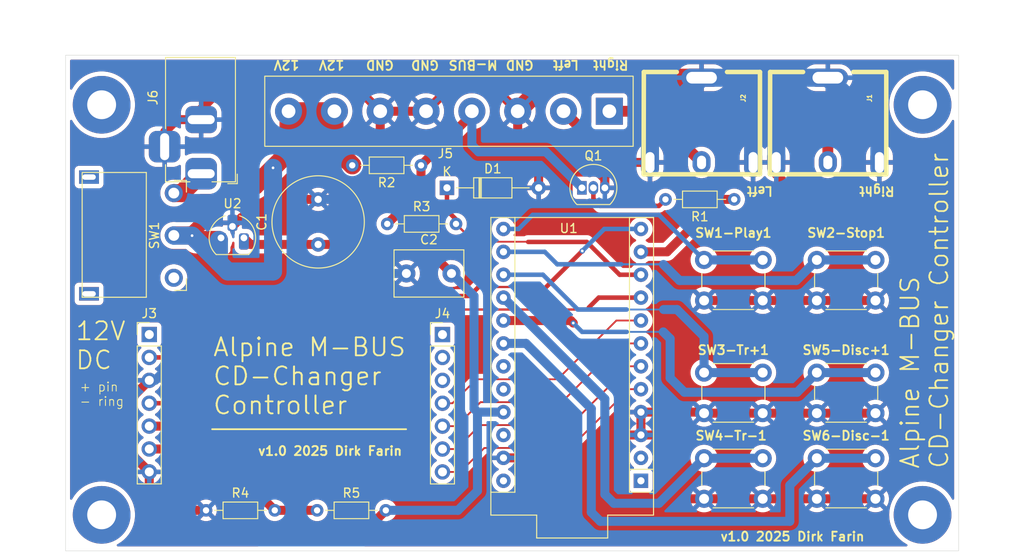
<source format=kicad_pcb>
(kicad_pcb (version 20240108) (generator "pcbnew") (generator_version "8.0")
  (layers (0 "F.Cu" signal) (31 "B.Cu" signal) (34 "B.Paste" user) (35 "F.Paste" user) (36 "B.SilkS" user "B.Silkscreen") (37 "F.SilkS" user "F.Silkscreen") (38 "B.Mask" user) (39 "F.Mask" user) (44 "Edge.Cuts" user))
  (net 0 "")
  (net 1 "GND")
  (net 2 "Net-(J3-Pin_6)")
  (net 3 "Net-(D1-K)")
  (net 4 "Net-(J3-Pin_2)")
  (net 6 "Net-(J3-Pin_4)")
  (net 7 "Net-(J3-Pin_5)")
  (net 9 "Net-(J4-Pin_5)")
  (net 10 "Net-(J4-Pin_7)")
  (net 12 "Net-(J4-Pin_4)")
  (net 14 "Net-(J4-Pin_6)")
  (net 15 "Net-(J5-Pin_7)")
  (net 16 "Net-(J1-In)")
  (net 17 "Net-(J5-Pin_4)")
  (net 18 "Net-(J2-In)")
  (net 19 "Net-(Q1-B)")
  (net 20 "Net-(U1-D8{slash}A8)")
  (net 21 "Net-(U1-~D10{slash}A10)")
  (net 22 "Net-(U1-D16)")
  (net 23 "Net-(U1-D14)")
  (net 24 "Net-(U1-D15)")
  (net 25 "Net-(U1-D18{slash}A0)")
  (net 26 "Net-(U1-D19{slash}A1)")
  (net 34 "Net-(SW1-A)")
  (footprint "MountingHole:MountingHole_3.2mm_M3_Pad" (layer "F.Cu") (at 114 68.5)
    (property "Reference" "REF**" (hide yes))
    (property "Value" "MountingHole_3.2mm_M3_Pad")
    (pad "1" thru_hole circle (at 0 0) (size 6.4 6.4) (drill 3.2) (layers "*.Cu" "*.Mask"))
  )
  (footprint "Resistor_THT:R_Axial_DIN0204_L3.6mm_D1.6mm_P7.62mm_Horizontal" (layer "F.Cu") (at 145.66 81.72)
    (property "Reference" "R3" (at 3.81 -1.92 0) (layer "F.SilkS"))
    (property "Value" "R")
    (pad "1" thru_hole circle (at 0 0) (size 1.4 1.4) (drill 0.7) (layers "*.Cu" "*.Mask") (net 17 "Net-(J5-Pin_4)"))
    (pad "2" thru_hole oval (at 7.62 0) (size 1.4 1.4) (drill 0.7) (layers "*.Cu" "*.Mask") (net 3 "Net-(D1-K)"))
  )
  (footprint "Button_Switch_THT:SW_PUSH_6mm_H8mm" (layer "F.Cu") (at 193.28 98.22)
    (property "Reference" "SW5-Disc+1" (at 3.25 -2.5 0) (layer "F.SilkS") (effects (font (thickness 0.2) (bold yes))))
    (property "Value" "SW_Push")
    (pad "1" thru_hole circle (at 0 0 90) (size 2 2) (drill 1.1) (layers "*.Cu" "*.Mask") (net 25 "Net-(U1-D18{slash}A0)"))
    (pad "1" thru_hole circle (at 6.5 0 90) (size 2 2) (drill 1.1) (layers "*.Cu" "*.Mask") (net 25 "Net-(U1-D18{slash}A0)"))
    (pad "2" thru_hole circle (at 0 4.5 90) (size 2 2) (drill 1.1) (layers "*.Cu" "*.Mask") (net 1 "GND"))
    (pad "2" thru_hole circle (at 6.5 4.5 90) (size 2 2) (drill 1.1) (layers "*.Cu" "*.Mask") (net 1 "GND"))
  )
  (footprint "Resistor_THT:R_Axial_DIN0204_L3.6mm_D1.6mm_P7.62mm_Horizontal" (layer "F.Cu") (at 125.57 113.5)
    (property "Reference" "R4" (at 3.81 -1.92 0) (layer "F.SilkS"))
    (property "Value" "R")
    (pad "1" thru_hole circle (at 0 0) (size 1.4 1.4) (drill 0.7) (layers "*.Cu" "*.Mask") (net 1 "GND"))
    (pad "2" thru_hole oval (at 7.62 0) (size 1.4 1.4) (drill 0.7) (layers "*.Cu" "*.Mask") (net 7 "Net-(J3-Pin_5)"))
  )
  (footprint "MountingHole:MountingHole_3.2mm_M3_Pad" (layer "F.Cu") (at 205 114)
    (property "Reference" "REF**" (hide yes))
    (property "Value" "MountingHole_3.2mm_M3_Pad")
    (pad "1" thru_hole circle (at 0 0) (size 6.4 6.4) (drill 3.2) (layers "*.Cu" "*.Mask"))
  )
  (footprint "TerminalBlock:TerminalBlock_bornier-8_P5.08mm" (layer "F.Cu") (at 170.28 69.22 180)
    (property "Reference" "J5" (at 18.18 -4.7 0) (layer "F.SilkS"))
    (property "Value" "Screw_Terminal_01x08")
    (pad "1" thru_hole rect (at 0 0 180) (size 3 3) (drill 1.52) (layers "*.Cu" "*.Mask") (net 16 "Net-(J1-In)"))
    (pad "2" thru_hole circle (at 5.08 0 180) (size 3 3) (drill 1.52) (layers "*.Cu" "*.Mask") (net 18 "Net-(J2-In)"))
    (pad "3" thru_hole circle (at 10.16 0 180) (size 3 3) (drill 1.52) (layers "*.Cu" "*.Mask") (net 1 "GND"))
    (pad "4" thru_hole circle (at 15.24 0 180) (size 3 3) (drill 1.52) (layers "*.Cu" "*.Mask") (net 17 "Net-(J5-Pin_4)"))
    (pad "5" thru_hole circle (at 20.32 0 180) (size 3 3) (drill 1.52) (layers "*.Cu" "*.Mask") (net 1 "GND"))
    (pad "6" thru_hole circle (at 25.4 0 180) (size 3 3) (drill 1.52) (layers "*.Cu" "*.Mask") (net 1 "GND"))
    (pad "7" thru_hole circle (at 30.48 0 180) (size 3 3) (drill 1.52) (layers "*.Cu" "*.Mask") (net 15 "Net-(J5-Pin_7)"))
    (pad "8" thru_hole circle (at 35.56 0 180) (size 3 3) (drill 1.52) (layers "*.Cu" "*.Mask") (net 15 "Net-(J5-Pin_7)"))
  )
  (footprint "Capacitor_THT:C_Disc_D7.5mm_W5.0mm_P5.00mm" (layer "F.Cu") (at 147.78 87.22)
    (property "Reference" "C2" (at 2.5 -3.75 0) (layer "F.SilkS"))
    (property "Value" "C")
    (pad "1" thru_hole circle (at 0 0) (size 2 2) (drill 1) (layers "*.Cu" "*.Mask") (net 1 "GND"))
    (pad "2" thru_hole circle (at 5 0) (size 2 2) (drill 1) (layers "*.Cu" "*.Mask") (net 2 "Net-(J3-Pin_6)"))
  )
  (footprint "Resistor_THT:R_Axial_DIN0204_L3.6mm_D1.6mm_P7.62mm_Horizontal" (layer "F.Cu") (at 137.88 113.5)
    (property "Reference" "R5" (at 3.81 -1.92 0) (layer "F.SilkS"))
    (property "Value" "R")
    (pad "1" thru_hole circle (at 0 0) (size 1.4 1.4) (drill 0.7) (layers "*.Cu" "*.Mask") (net 7 "Net-(J3-Pin_5)"))
    (pad "2" thru_hole oval (at 7.62 0) (size 1.4 1.4) (drill 0.7) (layers "*.Cu" "*.Mask") (net 2 "Net-(J3-Pin_6)"))
  )
  (footprint "footprints:BarrelJack_with_switch" (layer "F.Cu") (at 125.4325 76.15 -90)
    (property "Reference" "J6" (at -8.45 5.75 90) (layer "F.SilkS"))
    (property "Value" "Barrel_Jack_Switch")
    (pad "1" thru_hole roundrect (at 0 0.4 270) (size 3.5 3.5) (drill oval 1 3) (layers "*.Cu" "*.Mask") (net 34 "Net-(SW1-A)"))
    (pad "2" thru_hole roundrect (at -6 0.4 270) (size 3 3.5) (drill oval 1 3) (layers "*.Cu" "*.Mask") (net 1 "GND"))
    (pad "3" thru_hole roundrect (at -3 4.45 270) (size 3.5 3.5) (drill oval 3 1) (layers "*.Cu" "*.Mask") (net 1 "GND"))
  )
  (footprint "Button_Switch_THT:SW_PUSH_6mm_H8mm" (layer "F.Cu") (at 193.28 107.72)
    (property "Reference" "SW6-Disc-1" (at 3.25 -2.5 0) (layer "F.SilkS") (effects (font (thickness 0.2) (bold yes))))
    (property "Value" "SW_Push")
    (pad "1" thru_hole circle (at 0 0 90) (size 2 2) (drill 1.1) (layers "*.Cu" "*.Mask") (net 26 "Net-(U1-D19{slash}A1)"))
    (pad "1" thru_hole circle (at 6.5 0 90) (size 2 2) (drill 1.1) (layers "*.Cu" "*.Mask") (net 26 "Net-(U1-D19{slash}A1)"))
    (pad "2" thru_hole circle (at 0 4.5 90) (size 2 2) (drill 1.1) (layers "*.Cu" "*.Mask") (net 1 "GND"))
    (pad "2" thru_hole circle (at 6.5 4.5 90) (size 2 2) (drill 1.1) (layers "*.Cu" "*.Mask") (net 1 "GND"))
  )
  (footprint "Button_Switch_THT:SW_PUSH_6mm_H8mm" (layer "F.Cu") (at 180.78 98.22)
    (property "Reference" "SW3-Tr+1" (at 3.25 -2.5 0) (layer "F.SilkS") (effects (font (thickness 0.2) (bold yes))))
    (property "Value" "SW_Push")
    (pad "1" thru_hole circle (at 0 0 90) (size 2 2) (drill 1.1) (layers "*.Cu" "*.Mask") (net 23 "Net-(U1-D14)"))
    (pad "1" thru_hole circle (at 6.5 0 90) (size 2 2) (drill 1.1) (layers "*.Cu" "*.Mask") (net 23 "Net-(U1-D14)"))
    (pad "2" thru_hole circle (at 0 4.5 90) (size 2 2) (drill 1.1) (layers "*.Cu" "*.Mask") (net 1 "GND"))
    (pad "2" thru_hole circle (at 6.5 4.5 90) (size 2 2) (drill 1.1) (layers "*.Cu" "*.Mask") (net 1 "GND"))
  )
  (footprint "Resistor_THT:R_Axial_DIN0204_L3.6mm_D1.6mm_P7.62mm_Horizontal" (layer "F.Cu") (at 149.4 75.22 180)
    (property "Reference" "R2" (at 3.81 -1.92 0) (layer "F.SilkS"))
    (property "Value" "R")
    (pad "1" thru_hole circle (at 0 0 180) (size 1.4 1.4) (drill 0.7) (layers "*.Cu" "*.Mask") (net 17 "Net-(J5-Pin_4)"))
    (pad "2" thru_hole oval (at 7.62 0 180) (size 1.4 1.4) (drill 0.7) (layers "*.Cu" "*.Mask") (net 15 "Net-(J5-Pin_7)"))
  )
  (footprint "kicad arduino library:Sparkfun_Pro_Micro" (layer "F.Cu") (at 158.54 82.28)
    (property "Reference" "U1" (at 7.24 -0.06 0) (layer "F.SilkS"))
    (property "Value" "Sparkfun_Pro_Micro")
    (pad "1" thru_hole rect (at 15.24 27.94) (size 1.6 1.6) (drill 0.8) (layers "*.Cu" "*.Mask"))
    (pad "2" thru_hole oval (at 15.24 25.4) (size 1.6 1.6) (drill 0.8) (layers "*.Cu" "*.Mask"))
    (pad "3" thru_hole oval (at 15.24 22.86) (size 1.6 1.6) (drill 0.8) (layers "*.Cu" "*.Mask") (net 1 "GND"))
    (pad "4" thru_hole oval (at 15.24 20.32) (size 1.6 1.6) (drill 0.8) (layers "*.Cu" "*.Mask") (net 1 "GND"))
    (pad "5" thru_hole oval (at 15.24 17.78) (size 1.6 1.6) (drill 0.8) (layers "*.Cu" "*.Mask") (net 10 "Net-(J4-Pin_7)"))
    (pad "6" thru_hole oval (at 15.24 15.24) (size 1.6 1.6) (drill 0.8) (layers "*.Cu" "*.Mask") (net 14 "Net-(J4-Pin_6)"))
    (pad "7" thru_hole oval (at 15.24 12.7) (size 1.6 1.6) (drill 0.8) (layers "*.Cu" "*.Mask") (net 9 "Net-(J4-Pin_5)"))
    (pad "8" thru_hole oval (at 15.24 10.16) (size 1.6 1.6) (drill 0.8) (layers "*.Cu" "*.Mask") (net 12 "Net-(J4-Pin_4)"))
    (pad "9" thru_hole oval (at 15.24 7.62) (size 1.6 1.6) (drill 0.8) (layers "*.Cu" "*.Mask") (net 6 "Net-(J3-Pin_4)"))
    (pad "10" thru_hole oval (at 15.24 5.08) (size 1.6 1.6) (drill 0.8) (layers "*.Cu" "*.Mask") (net 3 "Net-(D1-K)"))
    (pad "11" thru_hole oval (at 15.24 2.54) (size 1.6 1.6) (drill 0.8) (layers "*.Cu" "*.Mask") (net 20 "Net-(U1-D8{slash}A8)"))
    (pad "12" thru_hole oval (at 15.24 0) (size 1.6 1.6) (drill 0.8) (layers "*.Cu" "*.Mask") (net 4 "Net-(J3-Pin_2)"))
    (pad "13" thru_hole oval (at 0 0) (size 1.6 1.6) (drill 0.8) (layers "*.Cu" "*.Mask") (net 21 "Net-(U1-~D10{slash}A10)"))
    (pad "14" thru_hole oval (at 0 2.54) (size 1.6 1.6) (drill 0.8) (layers "*.Cu" "*.Mask") (net 22 "Net-(U1-D16)"))
    (pad "15" thru_hole oval (at 0 5.08) (size 1.6 1.6) (drill 0.8) (layers "*.Cu" "*.Mask") (net 23 "Net-(U1-D14)"))
    (pad "16" thru_hole oval (at 0 7.62) (size 1.6 1.6) (drill 0.8) (layers "*.Cu" "*.Mask") (net 24 "Net-(U1-D15)"))
    (pad "17" thru_hole oval (at 0 10.16) (size 1.6 1.6) (drill 0.8) (layers "*.Cu" "*.Mask") (net 25 "Net-(U1-D18{slash}A0)"))
    (pad "18" thru_hole oval (at 0 12.7) (size 1.6 1.6) (drill 0.8) (layers "*.Cu" "*.Mask") (net 26 "Net-(U1-D19{slash}A1)"))
    (pad "19" thru_hole oval (at 0 15.24) (size 1.6 1.6) (drill 0.8) (layers "*.Cu" "*.Mask"))
    (pad "20" thru_hole oval (at 0 17.78) (size 1.6 1.6) (drill 0.8) (layers "*.Cu" "*.Mask"))
    (pad "21" thru_hole oval (at 0 20.32) (size 1.6 1.6) (drill 0.8) (layers "*.Cu" "*.Mask") (net 2 "Net-(J3-Pin_6)"))
    (pad "22" thru_hole oval (at 0 22.86) (size 1.6 1.6) (drill 0.8) (layers "*.Cu" "*.Mask"))
    (pad "23" thru_hole oval (at 0 25.4) (size 1.6 1.6) (drill 0.8) (layers "*.Cu" "*.Mask") (net 1 "GND"))
    (pad "24" thru_hole oval (at 0 27.94) (size 1.6 1.6) (drill 0.8) (layers "*.Cu" "*.Mask"))
  )
  (footprint "Connector_PinHeader_2.54mm:PinHeader_1x07_P2.54mm_Vertical" (layer "F.Cu") (at 151.78 94)
    (property "Reference" "J4" (at 0 -2.33 0) (layer "F.SilkS"))
    (property "Value" "LCD-R")
    (pad "1" thru_hole rect (at 0 0) (size 1.7 1.7) (drill 1) (layers "*.Cu" "*.Mask"))
    (pad "2" thru_hole oval (at 0 2.54) (size 1.7 1.7) (drill 1) (layers "*.Cu" "*.Mask"))
    (pad "3" thru_hole oval (at 0 5.08) (size 1.7 1.7) (drill 1) (layers "*.Cu" "*.Mask"))
    (pad "4" thru_hole oval (at 0 7.62) (size 1.7 1.7) (drill 1) (layers "*.Cu" "*.Mask") (net 12 "Net-(J4-Pin_4)"))
    (pad "5" thru_hole oval (at 0 10.16) (size 1.7 1.7) (drill 1) (layers "*.Cu" "*.Mask") (net 9 "Net-(J4-Pin_5)"))
    (pad "6" thru_hole oval (at 0 12.7) (size 1.7 1.7) (drill 1) (layers "*.Cu" "*.Mask") (net 14 "Net-(J4-Pin_6)"))
    (pad "7" thru_hole oval (at 0 15.24) (size 1.7 1.7) (drill 1) (layers "*.Cu" "*.Mask") (net 10 "Net-(J4-Pin_7)"))
  )
  (footprint "MountingHole:MountingHole_3.2mm_M3_Pad" (layer "F.Cu") (at 114 114)
    (property "Reference" "REF**" (hide yes))
    (property "Value" "MountingHole_3.2mm_M3_Pad")
    (pad "1" thru_hole circle (at 0 0) (size 6.4 6.4) (drill 3.2) (layers "*.Cu" "*.Mask"))
  )
  (footprint "Button_Switch_THT:SW_PUSH_6mm_H8mm" (layer "F.Cu") (at 193.28 85.72)
    (property "Reference" "SW2-Stop1" (at 3.25 -3 0) (layer "F.SilkS") (effects (font (thickness 0.2) (bold yes))))
    (property "Value" "SW_Push")
    (pad "1" thru_hole circle (at 0 0 90) (size 2 2) (drill 1.1) (layers "*.Cu" "*.Mask") (net 22 "Net-(U1-D16)"))
    (pad "1" thru_hole circle (at 6.5 0 90) (size 2 2) (drill 1.1) (layers "*.Cu" "*.Mask") (net 22 "Net-(U1-D16)"))
    (pad "2" thru_hole circle (at 0 4.5 90) (size 2 2) (drill 1.1) (layers "*.Cu" "*.Mask") (net 1 "GND"))
    (pad "2" thru_hole circle (at 6.5 4.5 90) (size 2 2) (drill 1.1) (layers "*.Cu" "*.Mask") (net 1 "GND"))
  )
  (footprint "Resistor_THT:R_Axial_DIN0204_L3.6mm_D1.6mm_P7.62mm_Horizontal" (layer "F.Cu") (at 184.12 79 180)
    (property "Reference" "R1" (at 3.81 -1.92 0) (layer "F.SilkS"))
    (property "Value" "R")
    (pad "1" thru_hole circle (at 0 0 180) (size 1.4 1.4) (drill 0.7) (layers "*.Cu" "*.Mask") (net 20 "Net-(U1-D8{slash}A8)"))
    (pad "2" thru_hole oval (at 7.62 0 180) (size 1.4 1.4) (drill 0.7) (layers "*.Cu" "*.Mask") (net 19 "Net-(Q1-B)"))
  )
  (footprint "footprints:SW_Slide_3pin" (layer "F.Cu") (at 122 83 -90)
    (property "Reference" "SW1" (at 0 2.159 90) (layer "F.SilkS"))
    (property "Value" "SW_SPDT")
    (pad "" thru_hole rect (at -6.477 9.398 270) (size 1.5 2.2) (drill oval 0.6 1.5) (layers "*.Cu" "*.Mask"))
    (pad "" thru_hole rect (at 6.477 9.398 270) (size 1.5 2.2) (drill oval 0.6 1.5) (layers "*.Cu" "*.Mask"))
    (pad "1" thru_hole circle (at -4.699 0 270) (size 2 2) (drill 1.2) (layers "*.Cu" "*.Mask") (net 34 "Net-(SW1-A)"))
    (pad "2" thru_hole circle (at 0 0 270) (size 2 2) (drill 1.2) (layers "*.Cu" "*.Mask") (net 15 "Net-(J5-Pin_7)"))
    (pad "3" thru_hole circle (at 4.699 0 270) (size 2 2) (drill 1.2) (layers "*.Cu" "*.Mask"))
  )
  (footprint "footprints:Cinch-Buchse" (layer "F.Cu") (at 194.5 65.5 90)
    (property "Reference" "J1" (at -2.274 4.622 90) (layer "F.SilkS") (effects (font (size 0.5 0.5) (thickness 0.125))))
    (property "Value" "Conn_Coaxial")
    (pad "1" thru_hole oval (at -9.398 0 180) (size 2 2.5) (drill oval 1 1.5) (layers "*.Cu" "*.Mask") (net 16 "Net-(J1-In)"))
    (pad "2" thru_hole oval (at -9.398 -5.715 180) (size 2 3.3) (drill oval 1 2.3) (layers "*.Cu" "*.Mask") (net 1 "GND"))
    (pad "2" thru_hole oval (at -9.398 5.715 180) (size 2 3.3) (drill oval 1 2.3) (layers "*.Cu" "*.Mask") (net 1 "GND"))
    (pad "2" thru_hole oval (at 0 0 90) (size 2 4.5) (drill oval 1.3 3.4) (layers "*.Cu" "*.Mask") (net 1 "GND"))
  )
  (footprint "Button_Switch_THT:SW_PUSH_6mm_H8mm" (layer "F.Cu") (at 180.78 107.72)
    (property "Reference" "SW4-Tr-1" (at 3 -2.5 0) (layer "F.SilkS") (effects (font (thickness 0.2) (bold yes))))
    (property "Value" "SW_Push")
    (pad "1" thru_hole circle (at 0 0 90) (size 2 2) (drill 1.1) (layers "*.Cu" "*.Mask") (net 24 "Net-(U1-D15)"))
    (pad "1" thru_hole circle (at 6.5 0 90) (size 2 2) (drill 1.1) (layers "*.Cu" "*.Mask") (net 24 "Net-(U1-D15)"))
    (pad "2" thru_hole circle (at 0 4.5 90) (size 2 2) (drill 1.1) (layers "*.Cu" "*.Mask") (net 1 "GND"))
    (pad "2" thru_hole circle (at 6.5 4.5 90) (size 2 2) (drill 1.1) (layers "*.Cu" "*.Mask") (net 1 "GND"))
  )
  (footprint "Package_TO_SOT_THT:TO-92_Inline" (layer "F.Cu") (at 167.24 77.72)
    (property "Reference" "Q1" (at 1.27 -3.56 0) (layer "F.SilkS"))
    (property "Value" "BC547")
    (pad "1" thru_hole rect (at 0 0) (size 1.05 1.5) (drill 0.75) (layers "*.Cu" "*.Mask") (net 17 "Net-(J5-Pin_4)"))
    (pad "2" thru_hole oval (at 1.27 0) (size 1.05 1.5) (drill 0.75) (layers "*.Cu" "*.Mask") (net 19 "Net-(Q1-B)"))
    (pad "3" thru_hole oval (at 2.54 0) (size 1.05 1.5) (drill 0.75) (layers "*.Cu" "*.Mask") (net 1 "GND"))
  )
  (footprint "Connector_PinHeader_2.54mm:PinHeader_1x07_P2.54mm_Vertical" (layer "F.Cu") (at 119.28 93.995)
    (property "Reference" "J3" (at 0 -2.33 0) (layer "F.SilkS"))
    (property "Value" "LCD - L")
    (pad "1" thru_hole rect (at 0 0) (size 1.7 1.7) (drill 1) (layers "*.Cu" "*.Mask"))
    (pad "2" thru_hole oval (at 0 2.54) (size 1.7 1.7) (drill 1) (layers "*.Cu" "*.Mask") (net 4 "Net-(J3-Pin_2)"))
    (pad "3" thru_hole oval (at 0 5.08) (size 1.7 1.7) (drill 1) (layers "*.Cu" "*.Mask") (net 1 "GND"))
    (pad "4" thru_hole oval (at 0 7.62) (size 1.7 1.7) (drill 1) (layers "*.Cu" "*.Mask") (net 6 "Net-(J3-Pin_4)"))
    (pad "5" thru_hole oval (at 0 10.16) (size 1.7 1.7) (drill 1) (layers "*.Cu" "*.Mask") (net 7 "Net-(J3-Pin_5)"))
    (pad "6" thru_hole oval (at 0 12.7) (size 1.7 1.7) (drill 1) (layers "*.Cu" "*.Mask") (net 2 "Net-(J3-Pin_6)"))
    (pad "7" thru_hole oval (at 0 15.24) (size 1.7 1.7) (drill 1) (layers "*.Cu" "*.Mask") (net 1 "GND"))
  )
  (footprint "Capacitor_THT:C_Radial_D10.0mm_H12.5mm_P5.00mm" (layer "F.Cu") (at 138 84 90)
    (property "Reference" "C1" (at 2.5 -6.25 90) (layer "F.SilkS"))
    (property "Value" "C_Polarized")
    (pad "1" thru_hole circle (at 0 0 90) (size 1.6 1.6) (drill 0.8) (layers "*.Cu" "*.Mask") (net 2 "Net-(J3-Pin_6)"))
    (pad "2" thru_hole circle (at 5 0 90) (size 1.6 1.6) (drill 0.8) (layers "*.Cu" "*.Mask") (net 1 "GND"))
  )
  (footprint "Diode_THT:D_DO-35_SOD27_P10.16mm_Horizontal" (layer "F.Cu") (at 152.28 77.72)
    (property "Reference" "D1" (at 5.08 -2.12 0) (layer "F.SilkS"))
    (property "Value" "ZPDxx")
    (fp_text user "K" (at 0 -1.8 0) (layer "F.SilkS"))
    (pad "1" thru_hole rect (at 0 0) (size 1.6 1.6) (drill 0.8) (layers "*.Cu" "*.Mask") (net 3 "Net-(D1-K)"))
    (pad "2" thru_hole oval (at 10.16 0) (size 1.6 1.6) (drill 0.8) (layers "*.Cu" "*.Mask") (net 1 "GND"))
  )
  (footprint "Button_Switch_THT:SW_PUSH_6mm_H8mm" (layer "F.Cu") (at 180.78 85.72)
    (property "Reference" "SW1-Play1" (at 3.25 -3 0) (layer "F.SilkS") (effects (font (thickness 0.2) (bold yes))))
    (property "Value" "SW_Push")
    (pad "1" thru_hole circle (at 0 0 90) (size 2 2) (drill 1.1) (layers "*.Cu" "*.Mask") (net 21 "Net-(U1-~D10{slash}A10)"))
    (pad "1" thru_hole circle (at 6.5 0 90) (size 2 2) (drill 1.1) (layers "*.Cu" "*.Mask") (net 21 "Net-(U1-~D10{slash}A10)"))
    (pad "2" thru_hole circle (at 0 4.5 90) (size 2 2) (drill 1.1) (layers "*.Cu" "*.Mask") (net 1 "GND"))
    (pad "2" thru_hole circle (at 6.5 4.5 90) (size 2 2) (drill 1.1) (layers "*.Cu" "*.Mask") (net 1 "GND"))
  )
  (footprint "Package_TO_SOT_THT:TO-92L_HandSolder" (layer "F.Cu") (at 127.23 83.27)
    (property "Reference" "U2" (at 1.27 -3.8 360) (layer "F.SilkS"))
    (property "Value" "uA7805")
    (pad "1" thru_hole rect (at 0 0) (size 1.1 1.8) (drill 0.75 (offset 0 0.4)) (layers "*.Cu" "*.Mask") (net 15 "Net-(J5-Pin_7)"))
    (pad "2" thru_hole roundrect (at 1.27 -1.27) (size 1.1 1.8) (drill 0.75 (offset 0 -0.4)) (layers "*.Cu" "*.Mask") (net 1 "GND"))
    (pad "3" thru_hole roundrect (at 2.54 0) (size 1.1 1.8) (drill 0.75 (offset 0 0.4)) (layers "*.Cu" "*.Mask") (net 2 "Net-(J3-Pin_6)"))
  )
  (footprint "footprints:Cinch-Buchse" (layer "F.Cu") (at 180.5 65.5 90)
    (property "Reference" "J2" (at -2.274 4.622 90) (layer "F.SilkS") (effects (font (size 0.5 0.5) (thickness 0.125))))
    (property "Value" "Conn_Coaxial")
    (pad "1" thru_hole oval (at -9.398 0 180) (size 2 2.5) (drill oval 1 1.5) (layers "*.Cu" "*.Mask") (net 18 "Net-(J2-In)"))
    (pad "2" thru_hole oval (at -9.398 -5.715 180) (size 2 3.3) (drill oval 1 2.3) (layers "*.Cu" "*.Mask") (net 1 "GND"))
    (pad "2" thru_hole oval (at -9.398 5.715 180) (size 2 3.3) (drill oval 1 2.3) (layers "*.Cu" "*.Mask") (net 1 "GND"))
    (pad "2" thru_hole oval (at 0 0 90) (size 2 4.5) (drill oval 1.3 3.4) (layers "*.Cu" "*.Mask") (net 1 "GND"))
  )
  (footprint "MountingHole:MountingHole_3.2mm_M3_Pad" (layer "F.Cu") (at 205 68.5)
    (property "Reference" "REF**" (hide yes))
    (property "Value" "MountingHole_3.2mm_M3_Pad")
    (pad "1" thru_hole circle (at 0 0) (size 6.4 6.4) (drill 3.2) (layers "*.Cu" "*.Mask"))
  )
  (gr_line (start 139.9 73.7) (end 139.9 73.7) (stroke (width 0.2)) (layer "F.Cu") (net 15))
  (gr_line (start 127 86) (end 127 83.5) (stroke (width 2)) (layer "B.Cu") (net 15))
  (gr_line (start 147.75 104.5) (end 126.25 104.5) (stroke (width 0.1)) (layer "F.SilkS"))
  (gr_line (start 147.75 104.5) (end 126.25 104.5) (stroke (width 0.2)) (layer "F.SilkS"))
  (gr_rect (start 110 63) (end 209 118) (stroke (width 0.05)) (fill none) (layer "Edge.Cuts"))
  (gr_text "Left" (at 167 63.5 180) (layer "F.SilkS") (effects (font (size 1 1) (thickness 0.2) (bold yes)) (justify left bottom)))
  (gr_text "Alpine M-BUS\nCD-Changer\nController" (at 126.25 103 0) (layer "F.SilkS") (effects (font (size 2 2) (thickness 0.2)) (justify left bottom)))
  (gr_text "Right" (at 202 77.5 180) (layer "F.SilkS") (effects (font (size 1 1) (thickness 0.2) (bold yes)) (justify left bottom)))
  (gr_text "12V" (at 136 63.5 180) (layer "F.SilkS") (effects (font (size 1 1) (thickness 0.2) (bold yes)) (justify left bottom)))
  (gr_text "Right" (at 172.5 63.5 180) (layer "F.SilkS") (effects (font (size 1 1) (thickness 0.2) (bold yes)) (justify left bottom)))
  (gr_text "GND" (at 146.5 63.5 180) (layer "F.SilkS") (effects (font (size 1 1) (thickness 0.2) (bold yes)) (justify left bottom)))
  (gr_text "+ pin\n- ring" (at 111.5 102 0) (layer "F.SilkS") (effects (font (size 1 1) (thickness 0.1)) (justify left bottom)))
  (gr_text "Alpine M-BUS\nCD-Changer\nController" (at 126.25 103 0) (layer "F.SilkS") (effects (font (size 2 2) (thickness 0.1)) (justify left bottom)))
  (gr_text "Alpine M-BUS\nCD-Changer Controller" (at 208 109 90) (layer "F.SilkS") (effects (font (size 2 2) (thickness 0.2)) (justify left bottom)))
  (gr_text "12V\nDC" (at 111 98 0) (layer "F.SilkS") (effects (font (size 2 2) (thickness 0.2)) (justify left bottom)))
  (gr_text "12V" (at 141 63.5 180) (layer "F.SilkS") (effects (font (size 1 1) (thickness 0.2) (bold yes)) (justify left bottom)))
  (gr_text "v1.0 2025 Dirk Farin" (at 182.5 117 0) (layer "F.SilkS") (effects (font (size 1 1) (thickness 0.2) (bold yes)) (justify left bottom)))
  (gr_text "GND" (at 151.5 63.5 180) (layer "F.SilkS") (effects (font (size 1 1) (thickness 0.2) (bold yes)) (justify left bottom)))
  (gr_text "Left" (at 188.5 77.5 180) (layer "F.SilkS") (effects (font (size 1 1) (thickness 0.2) (bold yes)) (justify left bottom)))
  (gr_text "v1.0 2025 Dirk Farin" (at 131.25 107.5 0) (layer "F.SilkS") (effects (font (size 1 1) (thickness 0.1)) (justify left bottom)))
  (gr_text "GND" (at 162 63.5 180) (layer "F.SilkS") (effects (font (size 1 1) (thickness 0.2) (bold yes)) (justify left bottom)))
  (gr_text "v1.0 2025 Dirk Farin" (at 131.25 107.5 0) (layer "F.SilkS") (effects (font (size 1 1) (thickness 0.2) (bold yes)) (justify left bottom)))
  (gr_text "M-BUS" (at 158 63.5 180) (layer "F.SilkS") (effects (font (size 1 1) (thickness 0.2) (bold yes)) (justify left bottom)))
  (segment (start 128 66) (end 141.66 66) (width 1) (layer "F.Cu") (net 1))
  (segment (start 157.62 66.72) (end 152.46 66.72) (width 1) (layer "F.Cu") (net 1))
  (segment (start 167.78 74.72) (end 167.958 74.898) (width 1) (layer "F.Cu") (net 1))
  (segment (start 121.5 113.5) (end 119.28 111.28) (width 1) (layer "F.Cu") (net 1))
  (segment (start 162.28 74.72) (end 162.44 74.88) (width 1) (layer "F.Cu") (net 1))
  (segment (start 119.28 111.28) (end 119.28 109.235) (width 1) (layer "F.Cu") (net 1))
  (segment (start 142.5 79) (end 144.88 76.62) (width 1) (layer "F.Cu") (net 1))
  (segment (start 180.5 65.5) (end 163.84 65.5) (width 2) (layer "F.Cu") (net 1))
  (segment (start 160.12 72.56) (end 162.28 74.72) (width 1) (layer "F.Cu") (net 1))
  (segment (start 190.78 102.72) (end 190.78 101.72) (width 1) (layer "F.Cu") (net 1))
  (segment (start 190.78 78.22) (end 188.785 76.225) (width 1) (layer "F.Cu") (net 1))
  (segment (start 176.7 105.14) (end 177.28 105.72) (width 1) (layer "F.Cu") (net 1))
  (segment (start 190.78 102.72) (end 199.78 102.72) (width 1) (layer "F.Cu") (net 1))
  (segment (start 169.78 76.72) (end 167.78 74.72) (width 1) (layer "F.Cu") (net 1))
  (segment (start 190.78 78.22) (end 190.78 90.22) (width 1) (layer "F.Cu") (net 1))
  (segment (start 190.78 112.22) (end 190.78 101.72) (width 1) (layer "F.Cu") (net 1))
  (segment (start 117.5 107.455) (end 119.28 109.235) (width 1) (layer "F.Cu") (net 1))
  (segment (start 187.28 102.72) (end 190.78 102.72) (width 1) (layer "F.Cu") (net 1))
  (segment (start 125.0325 68.9675) (end 128 66) (width 1) (layer "F.Cu") (net 1))
  (segment (start 125.0325 70.15) (end 125.0325 68.9675) (width 0.2) (layer "F.Cu") (net 1))
  (segment (start 160.12 69.22) (end 157.62 66.72) (width 1) (layer "F.Cu") (net 1))
  (segment (start 144.88 69.22) (end 144.88 76.62) (width 1) (layer "F.Cu") (net 1))
  (segment (start 125.57 113.5) (end 121.5 113.5) (width 1) (layer "F.Cu") (net 1))
  (segment (start 173.78 105.14) (end 176.7 105.14) (width 1) (layer "F.Cu") (net 1))
  (segment (start 167.958 74.898) (end 174.785 74.898) (width 1) (layer "F.Cu") (net 1))
  (segment (start 121 71.5) (end 122.35 70.15) (width 1) (layer "F.Cu") (net 1))
  (segment (start 172.36 105.14) (end 173.78 105.14) (width 1) (layer "F.Cu") (net 1))
  (segment (start 162.44 74.88) (end 162.44 77.72) (width 1) (layer "F.Cu") (net 1))
  (segment (start 141.66 66) (end 144.88 69.22) (width 1) (layer "F.Cu") (net 1))
  (segment (start 121 73.1325) (end 121 71.5) (width 1) (layer "F.Cu") (net 1))
  (segment (start 122.35 70.15) (end 125.0325 70.15) (width 1) (layer "F.Cu") (net 1))
  (segment (start 177.28 111.72) (end 177.78 112.22) (width 1) (layer "F.Cu") (net 1))
  (segment (start 152.46 66.72) (end 149.96 69.22) (width 1) (layer "F.Cu") (net 1))
  (segment (start 135 79) (end 138 79) (width 1) (layer "F.Cu") (net 1))
  (segment (start 190.78 90.22) (end 187.28 90.22) (width 1) (layer "F.Cu") (net 1))
  (segment (start 169.78 107.72) (end 172.36 105.14) (width 1) (layer "F.Cu") (net 1))
  (segment (start 173.78 102.6) (end 173.78 105.14) (width 1) (layer "F.Cu") (net 1))
  (segment (start 117.5 100.855) (end 117.5 107.455) (width 1) (layer "F.Cu") (net 1))
  (segment (start 169.78 77.72) (end 169.78 76.72) (width 1) (layer "F.Cu") (net 1))
  (segment (start 138 79) (end 142.5 79) (width 1) (layer "F.Cu") (net 1))
  (segment (start 190.78 90.22) (end 199.78 90.22) (width 1) (layer "F.Cu") (net 1))
  (segment (start 177.28 105.72) (end 177.28 111.72) (width 1) (layer "F.Cu") (net 1))
  (segment (start 158.54 107.68) (end 169.74 107.68) (width 1) (layer "F.Cu") (net 1))
  (segment (start 163.84 65.5) (end 160.12 69.22) (width 2) (layer "F.Cu") (net 1))
  (segment (start 129.5 81) (end 133 81) (width 1) (layer "F.Cu") (net 1))
  (segment (start 177.78 112.22) (end 180.78 112.22) (width 1) (layer "F.Cu") (net 1))
  (segment (start 167.78 74.72) (end 162.28 74.72) (width 1) (layer "F.Cu") (net 1))
  (segment (start 180.78 112.22) (end 187.28 112.22) (width 1) (layer "F.Cu") (net 1))
  (segment (start 133 81) (end 135 79) (width 1) (layer "F.Cu") (net 1))
  (segment (start 190.78 101.72) (end 190.78 90.22) (width 1) (layer "F.Cu") (net 1))
  (segment (start 119.28 99.075) (end 117.5 100.855) (width 1) (layer "F.Cu") (net 1))
  (segment (start 120.9825 73.15) (end 121 73.1325) (width 1) (layer "F.Cu") (net 1))
  (segment (start 190.78 112.22) (end 199.78 112.22) (width 1) (layer "F.Cu") (net 1))
  (segment (start 180.78 102.72) (end 187.28 102.72) (width 1) (layer "F.Cu") (net 1))
  (segment (start 173.78 102.6) (end 180.66 102.6) (width 1) (layer "F.Cu") (net 1))
  (segment (start 180.66 102.6) (end 180.78 102.72) (width 1) (layer "F.Cu") (net 1))
  (segment (start 128.5 82) (end 129.5 81) (width 1) (layer "F.Cu") (net 1))
  (segment (start 180.78 90.22) (end 187.28 90.22) (width 1) (layer "F.Cu") (net 1))
  (segment (start 144.88 69.22) (end 149.96 69.22) (width 1) (layer "F.Cu") (net 1))
  (segment (start 169.74 107.68) (end 169.78 107.72) (width 1) (layer "F.Cu") (net 1))
  (segment (start 187.28 112.22) (end 190.78 112.22) (width 1) (layer "F.Cu") (net 1))
  (segment (start 188.785 76.225) (end 188.785 74.898) (width 1) (layer "F.Cu") (net 1))
  (segment (start 160.12 69.22) (end 160.12 72.56) (width 1) (layer "F.Cu") (net 1))
  (segment (start 119.925 99.075) (end 125.5 93.5) (width 1) (layer "B.Cu") (net 1))
  (segment (start 194.5 65.5) (end 200.215 71.215) (width 2) (layer "B.Cu") (net 1))
  (segment (start 180.5 65.5) (end 186 65.5) (width 2) (layer "B.Cu") (net 1))
  (segment (start 186.215 65.715) (end 186.215 74.898) (width 2) (layer "B.Cu") (net 1))
  (segment (start 188.785 65.5) (end 188.785 74.898) (width 2) (layer "B.Cu") (net 1))
  (segment (start 174.785 71.215) (end 180.5 65.5) (width 2) (layer "B.Cu") (net 1))
  (segment (start 174.785 74.898) (end 174.785 71.215) (width 2) (layer "B.Cu") (net 1))
  (segment (start 142.5 81.5) (end 140 79) (width 1) (layer "B.Cu") (net 1))
  (segment (start 136 93.5) (end 142.5 87) (width 1) (layer "B.Cu") (net 1))
  (segment (start 186 65.5) (end 189.5 65.5) (width 2) (layer "B.Cu") (net 1))
  (segment (start 189.5 65.5) (end 194.5 65.5) (width 2) (layer "B.Cu") (net 1))
  (segment (start 200.215 71.215) (end 200.215 74.898) (width 2) (layer "B.Cu") (net 1))
  (segment (start 147.78 87.22) (end 142.72 87.22) (width 1) (layer "B.Cu") (net 1))
  (segment (start 125.5 93.5) (end 136 93.5) (width 1) (layer "B.Cu") (net 1))
  (segment (start 142.72 87.22) (end 142.5 87) (width 1) (layer "B.Cu") (net 1))
  (segment (start 186 65.5) (end 186.215 65.715) (width 2) (layer "B.Cu") (net 1))
  (segment (start 140 79) (end 138 79) (width 1) (layer "B.Cu") (net 1))
  (segment (start 142.5 87) (end 142.5 81.5) (width 1) (layer "B.Cu") (net 1))
  (segment (start 119.28 99.075) (end 119.925 99.075) (width 1) (layer "B.Cu") (net 1))
  (segment (start 130.5 84) (end 138 84) (width 1) (layer "F.Cu") (net 2))
  (segment (start 138 84) (end 149.56 84) (width 1) (layer "F.Cu") (net 2))
  (segment (start 129.77 83.27) (end 130.5 84) (width 1) (layer "F.Cu") (net 2))
  (segment (start 119.28 106.695) (end 122.195 106.695) (width 1) (layer "F.Cu") (net 2))
  (segment (start 142.5 116.5) (end 145.5 113.5) (width 1) (layer "F.Cu") (net 2))
  (segment (start 132 116.5) (end 142.5 116.5) (width 1) (layer "F.Cu") (net 2))
  (segment (start 122.195 106.695) (end 132 116.5) (width 1) (layer "F.Cu") (net 2))
  (segment (start 149.56 84) (end 152.78 87.22) (width 1) (layer "F.Cu") (net 2))
  (segment (start 153.5 113.5) (end 145.5 113.5) (width 1) (layer "B.Cu") (net 2))
  (segment (start 155.66 111.34) (end 153.5 113.5) (width 1) (layer "B.Cu") (net 2))
  (segment (start 155.28 89.72) (end 155.28 102.22) (width 1) (layer "B.Cu") (net 2))
  (segment (start 155.28 102.22) (end 155.66 102.6) (width 1) (layer "B.Cu") (net 2))
  (segment (start 155.66 102.6) (end 158.54 102.6) (width 1) (layer "B.Cu") (net 2))
  (segment (start 155.66 102.6) (end 155.66 111.34) (width 1) (layer "B.Cu") (net 2))
  (segment (start 152.78 87.22) (end 155.28 89.72) (width 1) (layer "B.Cu") (net 2))
  (segment (start 155.255 83.695) (end 153.28 81.72) (width 0.25) (layer "F.Cu") (net 3))
  (segment (start 167.78 83.72) (end 171.42 87.36) (width 0.5) (layer "F.Cu") (net 3))
  (segment (start 161.255 83.695) (end 155.255 83.695) (width 0.2) (layer "F.Cu") (net 3))
  (segment (start 161.28 83.72) (end 161.255 83.695) (width 0.25) (layer "F.Cu") (net 3))
  (segment (start 171.42 87.36) (end 173.78 87.36) (width 0.5) (layer "F.Cu") (net 3))
  (segment (start 152.28 80.22) (end 152.28 77.72) (width 0.5) (layer "F.Cu") (net 3))
  (segment (start 153.28 81.22) (end 152.28 80.22) (width 0.5) (layer "F.Cu") (net 3))
  (segment (start 161.28 83.72) (end 167.78 83.72) (width 0.5) (layer "F.Cu") (net 3))
  (segment (start 153.28 81.72) (end 153.28 81.22) (width 0.5) (layer "F.Cu") (net 3))
  (segment (start 163.28 88.72) (end 155.78 88.72) (width 0.25) (layer "F.Cu") (net 4))
  (segment (start 167.28 84.72) (end 163.28 88.72) (width 0.5) (layer "F.Cu") (net 4))
  (segment (start 154.78 89.72) (end 128.28 89.72) (width 0.5) (layer "F.Cu") (net 4))
  (segment (start 155.78 88.72) (end 154.78 89.72) (width 0.5) (layer "F.Cu") (net 4))
  (segment (start 128.28 89.72) (end 121.465 96.535) (width 0.5) (layer "F.Cu") (net 4))
  (segment (start 121.465 96.535) (end 119.28 96.535) (width 0.5) (layer "F.Cu") (net 4))
  (via (at 167.28 84.72) (size 0.6) (drill 0.3) (layers "F.Cu" "B.Cu") (net 4))
  (segment (start 173.78 82.28) (end 169.72 82.28) (width 0.5) (layer "B.Cu") (net 4))
  (segment (start 169.72 82.28) (end 167.28 84.72) (width 0.5) (layer "B.Cu") (net 4))
  (segment (start 169.1 89.9) (end 168 91) (width 0.5) (layer "F.Cu") (net 6))
  (segment (start 124.78 99.22) (end 122.385 101.615) (width 0.5) (layer "F.Cu") (net 6))
  (segment (start 167.78 91.22) (end 128.28 91.22) (width 0.25) (layer "F.Cu") (net 6))
  (segment (start 122.385 101.615) (end 119.28 101.615) (width 0.5) (layer "F.Cu") (net 6))
  (segment (start 168 91) (end 167.78 91.22) (width 0.25) (layer "F.Cu") (net 6))
  (segment (start 128.28 91.22) (end 124.78 94.72) (width 0.5) (layer "F.Cu") (net 6))
  (segment (start 173.78 89.9) (end 169.1 89.9) (width 0.5) (layer "F.Cu") (net 6))
  (segment (start 124.78 94.72) (end 124.78 99.22) (width 0.5) (layer "F.Cu") (net 6))
  (segment (start 123.845 104.155) (end 119.28 104.155) (width 1) (layer "F.Cu") (net 7))
  (segment (start 133.19 113.5) (end 137.88 113.5) (width 1) (layer "F.Cu") (net 7))
  (segment (start 133.19 113.5) (end 123.845 104.155) (width 1) (layer "F.Cu") (net 7))
  (segment (start 165 101.5) (end 171.52 94.98) (width 0.2) (layer "F.Cu") (net 9))
  (segment (start 153.34 104.16) (end 156 101.5) (width 0.2) (layer "F.Cu") (net 9))
  (segment (start 156 101.5) (end 165 101.5) (width 0.2) (layer "F.Cu") (net 9))
  (segment (start 171.52 94.98) (end 173.78 94.98) (width 0.2) (layer "F.Cu") (net 9))
  (segment (start 151.78 104.16) (end 153.34 104.16) (width 0.2) (layer "F.Cu") (net 9))
  (segment (start 151.78 109.24) (end 153.76 109.24) (width 0.2) (layer "F.Cu") (net 10))
  (segment (start 153.76 109.24) (end 156.42 106.58) (width 0.2) (layer "F.Cu") (net 10))
  (segment (start 156.42 106.58) (end 165.92 106.58) (width 0.2) (layer "F.Cu") (net 10))
  (segment (start 172.44 100.06) (end 173.78 100.06) (width 0.2) (layer "F.Cu") (net 10))
  (segment (start 165.92 106.58) (end 172.44 100.06) (width 0.2) (layer "F.Cu") (net 10))
  (segment (start 155.54 98.96) (end 164.54 98.96) (width 0.2) (layer "F.Cu") (net 12))
  (segment (start 151.78 101.62) (end 152.88 101.62) (width 0.2) (layer "F.Cu") (net 12))
  (segment (start 152.88 101.62) (end 155.54 98.96) (width 0.2) (layer "F.Cu") (net 12))
  (segment (start 171.06 92.44) (end 173.78 92.44) (width 0.2) (layer "F.Cu") (net 12))
  (segment (start 164.54 98.96) (end 171.06 92.44) (width 0.2) (layer "F.Cu") (net 12))
  (segment (start 172.48 97.52) (end 173.78 97.52) (width 0.2) (layer "F.Cu") (net 14))
  (segment (start 165.96 104.04) (end 172.48 97.52) (width 0.2) (layer "F.Cu") (net 14))
  (segment (start 155.96 104.04) (end 165.96 104.04) (width 0.2) (layer "F.Cu") (net 14))
  (segment (start 153.3 106.7) (end 155.96 104.04) (width 0.2) (layer "F.Cu") (net 14))
  (segment (start 151.78 106.7) (end 153.3 106.7) (width 0.2) (layer "F.Cu") (net 14))
  (segment (start 134.72 69.22) (end 134.72 70.7) (width 2) (layer "F.Cu") (net 15))
  (segment (start 123.7385 83.023) (end 123.7155 83) (width 2) (layer "F.Cu") (net 15))
  (segment (start 134.72 72.3) (end 134.72 73.78) (width 2) (layer "F.Cu") (net 15))
  (segment (start 134.72 70.7) (end 134.72 72.3) (width 2) (layer "F.Cu") (net 15))
  (segment (start 131 77.5) (end 129.606416 77.5) (width 2) (layer "F.Cu") (net 15))
  (segment (start 139.8 69.22) (end 139.8 70.9) (width 2) (layer "F.Cu") (net 15))
  (segment (start 139.8 72.4) (end 139.8 73.24) (width 2) (layer "F.Cu") (net 15))
  (segment (start 139.26 73.78) (end 139.8 73.24) (width 2) (layer "F.Cu") (net 15))
  (segment (start 139.6 70.7) (end 139.8 70.9) (width 2) (layer "F.Cu") (net 15))
  (segment (start 134.72 70.7) (end 139.6 70.7) (width 2) (layer "F.Cu") (net 15))
  (segment (start 127 83.5) (end 124.5 83.5) (width 2) (layer "F.Cu") (net 15))
  (segment (start 139.8 70.9) (end 139.8 72.4) (width 2) (layer "F.Cu") (net 15))
  (segment (start 134.72 73.78) (end 139.26 73.78) (width 2) (layer "F.Cu") (net 15))
  (segment (start 127.23 83.27) (end 127 83.5) (width 0.2) (layer "F.Cu") (net 15))
  (segment (start 139.8 73.24) (end 141.78 75.22) (width 2) (layer "F.Cu") (net 15))
  (segment (start 129.606416 77.5) (end 129.2615 77.5) (width 1.5) (layer "F.Cu") (net 15))
  (segment (start 139.26 73.78) (end 140.34 73.78) (width 2) (layer "F.Cu") (net 15))
  (segment (start 134.72 69.22) (end 139.8 69.22) (width 2) (layer "F.Cu") (net 15))
  (segment (start 139.7 72.3) (end 139.8 72.4) (width 2) (layer "F.Cu") (net 15))
  (segment (start 140.34 73.78) (end 141.78 75.22) (width 2) (layer "F.Cu") (net 15))
  (segment (start 134.72 73.78) (end 131 77.5) (width 2) (layer "F.Cu") (net 15))
  (segment (start 124.5 83.5) (end 124.023 83.023) (width 2) (layer "F.Cu") (net 15))
  (segment (start 134.72 72.3) (end 139.7 72.3) (width 2) (layer "F.Cu") (net 15))
  (segment (start 123.7155 83) (end 122 83) (width 2) (layer "F.Cu") (net 15))
  (segment (start 129.2615 77.5) (end 123.7385 83.023) (width 1.5) (layer "F.Cu") (net 15))
  (via (at 124.023 83.023) (size 0.6) (drill 0.3) (layers "F.Cu" "B.Cu") (net 15))
  (via (at 133 75.5) (size 0.6) (drill 0.3) (layers "F.Cu" "B.Cu") (net 15))
  (segment (start 128 87) (end 124.023 83.023) (width 2) (layer "B.Cu") (net 15))
  (segment (start 122.023 83.023) (end 124.023 83.023) (width 2) (layer "B.Cu") (net 15))
  (segment (start 122 83) (end 122.023 83.023) (width 2) (layer "B.Cu") (net 15))
  (segment (start 133 87) (end 128 87) (width 2) (layer "B.Cu") (net 15))
  (segment (start 133 75.5) (end 133 87) (width 2) (layer "B.Cu") (net 15))
  (segment (start 194.5 71.5) (end 194.5 74.898) (width 1.2) (layer "F.Cu") (net 16))
  (segment (start 192.22 69.22) (end 194.5 71.5) (width 1.2) (layer "F.Cu") (net 16))
  (segment (start 170.28 69.22) (end 192.22 69.22) (width 1.2) (layer "F.Cu") (net 16))
  (segment (start 155.04 69.58) (end 155.04 69.22) (width 1) (layer "F.Cu") (net 17))
  (segment (start 149.4 77.98) (end 149.4 75.22) (width 1) (layer "F.Cu") (net 17))
  (segment (start 145.66 81.72) (end 149.4 77.98) (width 1) (layer "F.Cu") (net 17))
  (segment (start 149.4 75.22) (end 155.04 69.58) (width 1) (layer "F.Cu") (net 17))
  (segment (start 163.24 73.72) (end 167.24 77.72) (width 1) (layer "B.Cu") (net 17))
  (segment (start 155.04 69.22) (end 155.04 72.98) (width 1) (layer "B.Cu") (net 17))
  (segment (start 155.04 72.98) (end 155.78 73.72) (width 1) (layer "B.Cu") (net 17))
  (segment (start 155.78 73.72) (end 163.24 73.72) (width 1) (layer "B.Cu") (net 17))
  (segment (start 177.602 72) (end 180.5 74.898) (width 1.2) (layer "F.Cu") (net 18))
  (segment (start 167.98 72) (end 177.602 72) (width 1.2) (layer "F.Cu") (net 18))
  (segment (start 165.2 69.22) (end 167.98 72) (width 1.2) (layer "F.Cu") (net 18))
  (segment (start 168.51 78.95) (end 169.28 79.72) (width 0.5) (layer "F.Cu") (net 19))
  (segment (start 175.78 79.72) (end 176.5 79) (width 0.5) (layer "F.Cu") (net 19))
  (segment (start 169.28 79.72) (end 175.78 79.72) (width 0.5) (layer "F.Cu") (net 19))
  (segment (start 168.51 77.72) (end 168.51 78.95) (width 0.5) (layer "F.Cu") (net 19))
  (segment (start 173.78 84.82) (end 176.68 84.82) (width 1) (layer "F.Cu") (net 20))
  (segment (start 182.5 79) (end 184.12 79) (width 1) (layer "F.Cu") (net 20))
  (segment (start 176.68 84.82) (end 182.5 79) (width 1) (layer "F.Cu") (net 20))
  (segment (start 175.78 80.72) (end 161.78 80.72) (width 0.5) (layer "B.Cu") (net 21))
  (segment (start 180.78 85.72) (end 175.78 80.72) (width 0.5) (layer "B.Cu") (net 21))
  (segment (start 160.22 82.28) (end 158.54 82.28) (width 0.5) (layer "B.Cu") (net 21))
  (segment (start 161.78 80.72) (end 160.22 82.28) (width 0.5) (layer "B.Cu") (net 21))
  (segment (start 180.78 85.72) (end 187.28 85.72) (width 1) (layer "B.Cu") (net 21))
  (segment (start 164.5 86.2) (end 163.12 84.82) (width 0.5) (layer "B.Cu") (net 22))
  (segment (start 191 88) (end 191.28 87.72) (width 1) (layer "B.Cu") (net 22))
  (segment (start 171.6 86.2) (end 176.26 86.2) (width 0.25) (layer "B.Cu") (net 22))
  (segment (start 191.28 87.72) (end 193.28 85.72) (width 1) (layer "B.Cu") (net 22))
  (segment (start 176.26 86.2) (end 176.28 86.22) (width 0.25) (layer "B.Cu") (net 22))
  (segment (start 178.06 88) (end 191 88) (width 1) (layer "B.Cu") (net 22))
  (segment (start 176.28 86.22) (end 178.06 88) (width 1) (layer "B.Cu") (net 22))
  (segment (start 164.5 86.2) (end 171.6 86.2) (width 0.5) (layer "B.Cu") (net 22))
  (segment (start 193.28 85.72) (end 199.78 85.72) (width 1) (layer "B.Cu") (net 22))
  (segment (start 163.12 84.82) (end 158.54 84.82) (width 0.5) (layer "B.Cu") (net 22))
  (segment (start 172.2 91.22) (end 166.78 91.22) (width 0.5) (layer "B.Cu") (net 23))
  (segment (start 177.78 91.22) (end 180.78 94.22) (width 1) (layer "B.Cu") (net 23))
  (segment (start 180.78 98.22) (end 187.28 98.22) (width 1) (layer "B.Cu") (net 23))
  (segment (start 180.78 94.22) (end 180.78 98.22) (width 1) (layer "B.Cu") (net 23))
  (segment (start 162.92 87.36) (end 158.54 87.36) (width 0.5) (layer "B.Cu") (net 23))
  (segment (start 176.3 91.22) (end 177.78 91.22) (width 1) (layer "B.Cu") (net 23))
  (segment (start 176.3 91.22) (end 172.2 91.22) (width 0.2) (layer "B.Cu") (net 23))
  (segment (start 166.78 91.22) (end 162.92 87.36) (width 0.5) (layer "B.Cu") (net 23))
  (segment (start 187.28 98.22) (end 187.78 98.22) (width 0.2) (layer "B.Cu") (net 23))
  (segment (start 187.28 107.72) (end 180.78 107.72) (width 1) (layer "B.Cu") (net 24))
  (segment (start 158.54 89.9) (end 169.78 101.14) (width 1) (layer "B.Cu") (net 24))
  (segment (start 169.78 111.72) (end 170.78 112.72) (width 1) (layer "B.Cu") (net 24))
  (segment (start 170.78 112.72) (end 175.78 112.72) (width 1) (layer "B.Cu") (net 24))
  (segment (start 175.78 112.72) (end 180.78 107.72) (width 1) (layer "B.Cu") (net 24))
  (segment (start 169.78 101.14) (end 169.78 111.72) (width 1) (layer "B.Cu") (net 24))
  (segment (start 166.28 92.72) (end 166 92.44) (width 1) (layer "F.Cu") (net 25))
  (segment (start 166 92.44) (end 158.54 92.44) (width 1) (layer "F.Cu") (net 25))
  (via (at 166.28 92.72) (size 0.6) (drill 0.3) (layers "F.Cu" "B.Cu") (net 25))
  (segment (start 178.6 100.4) (end 191.1 100.4) (width 1) (layer "B.Cu") (net 25))
  (segment (start 191.1 100.4) (end 193.28 98.22) (width 1) (layer "B.Cu") (net 25))
  (segment (start 193.28 98.22) (end 199.78 98.22) (width 1) (layer "B.Cu") (net 25))
  (segment (start 177.02 98.82) (end 178.6 100.4) (width 1) (layer "B.Cu") (net 25))
  (segment (start 176.26 93.7) (end 172.2 93.7) (width 0.2) (layer "B.Cu") (net 25))
  (segment (start 167.26 93.7) (end 166.28 92.72) (width 0.5) (layer "B.Cu") (net 25))
  (segment (start 177.02 94.46) (end 177.02 98.82) (width 1) (layer "B.Cu") (net 25))
  (segment (start 176.26 93.7) (end 177.02 94.46) (width 1) (layer "B.Cu") (net 25))
  (segment (start 172.2 93.7) (end 167.26 93.7) (width 0.5) (layer "B.Cu") (net 25))
  (segment (start 190.28 110.72) (end 190.28 114.72) (width 1) (layer "B.Cu") (net 26))
  (segment (start 168.28 102.22) (end 161.04 94.98) (width 1) (layer "B.Cu") (net 26))
  (segment (start 161.04 94.98) (end 158.54 94.98) (width 1) (layer "B.Cu") (net 26))
  (segment (start 199.78 107.72) (end 193.28 107.72) (width 1) (layer "B.Cu") (net 26))
  (segment (start 193.28 107.72) (end 190.28 110.72) (width 1) (layer "B.Cu") (net 26))
  (segment (start 169.28 114.72) (end 168.28 113.72) (width 1) (layer "B.Cu") (net 26))
  (segment (start 168.28 113.72) (end 168.28 102.22) (width 1) (layer "B.Cu") (net 26))
  (segment (start 190.28 114.72) (end 169.28 114.72) (width 1) (layer "B.Cu") (net 26))
  (segment (start 122 78.301) (end 122.8815 78.301) (width 2) (layer "F.Cu") (net 34))
  (segment (start 122.8815 78.301) (end 125.0325 76.15) (width 2) (layer "F.Cu") (net 34))
  (zone (net 1) (net_name "GND") (layers "F&B.Cu") (connect_pads (clearance 0.5)) (min_thickness 0.25) (fill yes (thermal_gap 0.5) (thermal_bridge_width 0.5))
    (polygon (pts (xy 109 62) (xy 109.5 119) (xy 209.5 118.5) (xy 209.5 62.5)))
  )
)
</source>
